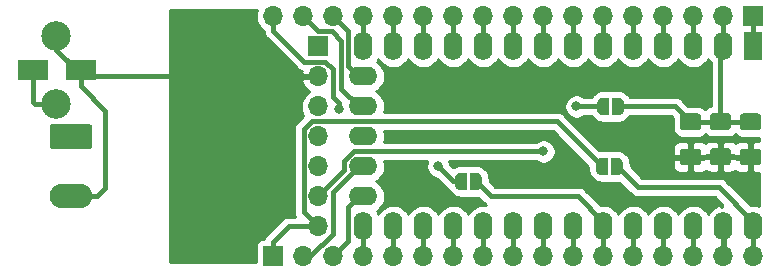
<source format=gbr>
G04 #@! TF.GenerationSoftware,KiCad,Pcbnew,(5.1.4)-1*
G04 #@! TF.CreationDate,2022-02-17T11:55:16+01:00*
G04 #@! TF.ProjectId,ItsyBitsy_BCU_Connector,49747379-4269-4747-9379-5f4243555f43,V01.00*
G04 #@! TF.SameCoordinates,Original*
G04 #@! TF.FileFunction,Copper,L1,Top*
G04 #@! TF.FilePolarity,Positive*
%FSLAX46Y46*%
G04 Gerber Fmt 4.6, Leading zero omitted, Abs format (unit mm)*
G04 Created by KiCad (PCBNEW (5.1.4)-1) date 2022-02-17 11:55:16*
%MOMM*%
%LPD*%
G04 APERTURE LIST*
%ADD10O,1.700000X1.700000*%
%ADD11R,1.700000X1.700000*%
%ADD12O,3.600000X2.080000*%
%ADD13C,0.100000*%
%ADD14C,2.080000*%
%ADD15C,2.500000*%
%ADD16C,0.500000*%
%ADD17C,1.425000*%
%ADD18R,2.500000X1.800000*%
%ADD19O,2.400000X1.600000*%
%ADD20O,1.600000X2.400000*%
%ADD21R,1.600000X2.400000*%
%ADD22C,0.800000*%
%ADD23C,0.400000*%
%ADD24C,0.254000*%
G04 APERTURE END LIST*
D10*
X205740000Y-91440000D03*
X203200000Y-91440000D03*
X200660000Y-91440000D03*
X198120000Y-91440000D03*
X195580000Y-91440000D03*
X193040000Y-91440000D03*
X190500000Y-91440000D03*
X187960000Y-91440000D03*
X185420000Y-91440000D03*
X182880000Y-91440000D03*
X180340000Y-91440000D03*
X177800000Y-91440000D03*
X175260000Y-91440000D03*
X172720000Y-91440000D03*
X170180000Y-91440000D03*
X167640000Y-91440000D03*
D11*
X165100000Y-91440000D03*
D12*
X147955000Y-86360000D03*
D13*
G36*
X149529505Y-80241204D02*
G01*
X149553773Y-80244804D01*
X149577572Y-80250765D01*
X149600671Y-80259030D01*
X149622850Y-80269520D01*
X149643893Y-80282132D01*
X149663599Y-80296747D01*
X149681777Y-80313223D01*
X149698253Y-80331401D01*
X149712868Y-80351107D01*
X149725480Y-80372150D01*
X149735970Y-80394329D01*
X149744235Y-80417428D01*
X149750196Y-80441227D01*
X149753796Y-80465495D01*
X149755000Y-80489999D01*
X149755000Y-82070001D01*
X149753796Y-82094505D01*
X149750196Y-82118773D01*
X149744235Y-82142572D01*
X149735970Y-82165671D01*
X149725480Y-82187850D01*
X149712868Y-82208893D01*
X149698253Y-82228599D01*
X149681777Y-82246777D01*
X149663599Y-82263253D01*
X149643893Y-82277868D01*
X149622850Y-82290480D01*
X149600671Y-82300970D01*
X149577572Y-82309235D01*
X149553773Y-82315196D01*
X149529505Y-82318796D01*
X149505001Y-82320000D01*
X146404999Y-82320000D01*
X146380495Y-82318796D01*
X146356227Y-82315196D01*
X146332428Y-82309235D01*
X146309329Y-82300970D01*
X146287150Y-82290480D01*
X146266107Y-82277868D01*
X146246401Y-82263253D01*
X146228223Y-82246777D01*
X146211747Y-82228599D01*
X146197132Y-82208893D01*
X146184520Y-82187850D01*
X146174030Y-82165671D01*
X146165765Y-82142572D01*
X146159804Y-82118773D01*
X146156204Y-82094505D01*
X146155000Y-82070001D01*
X146155000Y-80489999D01*
X146156204Y-80465495D01*
X146159804Y-80441227D01*
X146165765Y-80417428D01*
X146174030Y-80394329D01*
X146184520Y-80372150D01*
X146197132Y-80351107D01*
X146211747Y-80331401D01*
X146228223Y-80313223D01*
X146246401Y-80296747D01*
X146266107Y-80282132D01*
X146287150Y-80269520D01*
X146309329Y-80259030D01*
X146332428Y-80250765D01*
X146356227Y-80244804D01*
X146380495Y-80241204D01*
X146404999Y-80240000D01*
X149505001Y-80240000D01*
X149529505Y-80241204D01*
X149529505Y-80241204D01*
G37*
D14*
X147955000Y-81280000D03*
D15*
X146666000Y-72746000D03*
X146666000Y-78496000D03*
D10*
X168910000Y-88900000D03*
X168910000Y-86360000D03*
X168910000Y-83820000D03*
X168910000Y-81280000D03*
X168910000Y-78740000D03*
X168910000Y-76200000D03*
D11*
X168910000Y-73660000D03*
D16*
X182260000Y-85090000D03*
D13*
G36*
X182260000Y-84340602D02*
G01*
X182284534Y-84340602D01*
X182333365Y-84345412D01*
X182381490Y-84354984D01*
X182428445Y-84369228D01*
X182473778Y-84388005D01*
X182517051Y-84411136D01*
X182557850Y-84438396D01*
X182595779Y-84469524D01*
X182630476Y-84504221D01*
X182661604Y-84542150D01*
X182688864Y-84582949D01*
X182711995Y-84626222D01*
X182730772Y-84671555D01*
X182745016Y-84718510D01*
X182754588Y-84766635D01*
X182759398Y-84815466D01*
X182759398Y-84840000D01*
X182760000Y-84840000D01*
X182760000Y-85340000D01*
X182759398Y-85340000D01*
X182759398Y-85364534D01*
X182754588Y-85413365D01*
X182745016Y-85461490D01*
X182730772Y-85508445D01*
X182711995Y-85553778D01*
X182688864Y-85597051D01*
X182661604Y-85637850D01*
X182630476Y-85675779D01*
X182595779Y-85710476D01*
X182557850Y-85741604D01*
X182517051Y-85768864D01*
X182473778Y-85791995D01*
X182428445Y-85810772D01*
X182381490Y-85825016D01*
X182333365Y-85834588D01*
X182284534Y-85839398D01*
X182260000Y-85839398D01*
X182260000Y-85840000D01*
X181760000Y-85840000D01*
X181760000Y-84340000D01*
X182260000Y-84340000D01*
X182260000Y-84340602D01*
X182260000Y-84340602D01*
G37*
D16*
X180960000Y-85090000D03*
D13*
G36*
X181460000Y-85840000D02*
G01*
X180960000Y-85840000D01*
X180960000Y-85839398D01*
X180935466Y-85839398D01*
X180886635Y-85834588D01*
X180838510Y-85825016D01*
X180791555Y-85810772D01*
X180746222Y-85791995D01*
X180702949Y-85768864D01*
X180662150Y-85741604D01*
X180624221Y-85710476D01*
X180589524Y-85675779D01*
X180558396Y-85637850D01*
X180531136Y-85597051D01*
X180508005Y-85553778D01*
X180489228Y-85508445D01*
X180474984Y-85461490D01*
X180465412Y-85413365D01*
X180460602Y-85364534D01*
X180460602Y-85340000D01*
X180460000Y-85340000D01*
X180460000Y-84840000D01*
X180460602Y-84840000D01*
X180460602Y-84815466D01*
X180465412Y-84766635D01*
X180474984Y-84718510D01*
X180489228Y-84671555D01*
X180508005Y-84626222D01*
X180531136Y-84582949D01*
X180558396Y-84542150D01*
X180589524Y-84504221D01*
X180624221Y-84469524D01*
X180662150Y-84438396D01*
X180702949Y-84411136D01*
X180746222Y-84388005D01*
X180791555Y-84369228D01*
X180838510Y-84354984D01*
X180886635Y-84345412D01*
X180935466Y-84340602D01*
X180960000Y-84340602D01*
X180960000Y-84340000D01*
X181460000Y-84340000D01*
X181460000Y-85840000D01*
X181460000Y-85840000D01*
G37*
G36*
X206135504Y-82310204D02*
G01*
X206159773Y-82313804D01*
X206183571Y-82319765D01*
X206206671Y-82328030D01*
X206228849Y-82338520D01*
X206249893Y-82351133D01*
X206269598Y-82365747D01*
X206287777Y-82382223D01*
X206304253Y-82400402D01*
X206318867Y-82420107D01*
X206331480Y-82441151D01*
X206341970Y-82463329D01*
X206350235Y-82486429D01*
X206356196Y-82510227D01*
X206359796Y-82534496D01*
X206361000Y-82559000D01*
X206361000Y-83484000D01*
X206359796Y-83508504D01*
X206356196Y-83532773D01*
X206350235Y-83556571D01*
X206341970Y-83579671D01*
X206331480Y-83601849D01*
X206318867Y-83622893D01*
X206304253Y-83642598D01*
X206287777Y-83660777D01*
X206269598Y-83677253D01*
X206249893Y-83691867D01*
X206228849Y-83704480D01*
X206206671Y-83714970D01*
X206183571Y-83723235D01*
X206159773Y-83729196D01*
X206135504Y-83732796D01*
X206111000Y-83734000D01*
X204861000Y-83734000D01*
X204836496Y-83732796D01*
X204812227Y-83729196D01*
X204788429Y-83723235D01*
X204765329Y-83714970D01*
X204743151Y-83704480D01*
X204722107Y-83691867D01*
X204702402Y-83677253D01*
X204684223Y-83660777D01*
X204667747Y-83642598D01*
X204653133Y-83622893D01*
X204640520Y-83601849D01*
X204630030Y-83579671D01*
X204621765Y-83556571D01*
X204615804Y-83532773D01*
X204612204Y-83508504D01*
X204611000Y-83484000D01*
X204611000Y-82559000D01*
X204612204Y-82534496D01*
X204615804Y-82510227D01*
X204621765Y-82486429D01*
X204630030Y-82463329D01*
X204640520Y-82441151D01*
X204653133Y-82420107D01*
X204667747Y-82400402D01*
X204684223Y-82382223D01*
X204702402Y-82365747D01*
X204722107Y-82351133D01*
X204743151Y-82338520D01*
X204765329Y-82328030D01*
X204788429Y-82319765D01*
X204812227Y-82313804D01*
X204836496Y-82310204D01*
X204861000Y-82309000D01*
X206111000Y-82309000D01*
X206135504Y-82310204D01*
X206135504Y-82310204D01*
G37*
D17*
X205486000Y-83021500D03*
D13*
G36*
X206135504Y-79335204D02*
G01*
X206159773Y-79338804D01*
X206183571Y-79344765D01*
X206206671Y-79353030D01*
X206228849Y-79363520D01*
X206249893Y-79376133D01*
X206269598Y-79390747D01*
X206287777Y-79407223D01*
X206304253Y-79425402D01*
X206318867Y-79445107D01*
X206331480Y-79466151D01*
X206341970Y-79488329D01*
X206350235Y-79511429D01*
X206356196Y-79535227D01*
X206359796Y-79559496D01*
X206361000Y-79584000D01*
X206361000Y-80509000D01*
X206359796Y-80533504D01*
X206356196Y-80557773D01*
X206350235Y-80581571D01*
X206341970Y-80604671D01*
X206331480Y-80626849D01*
X206318867Y-80647893D01*
X206304253Y-80667598D01*
X206287777Y-80685777D01*
X206269598Y-80702253D01*
X206249893Y-80716867D01*
X206228849Y-80729480D01*
X206206671Y-80739970D01*
X206183571Y-80748235D01*
X206159773Y-80754196D01*
X206135504Y-80757796D01*
X206111000Y-80759000D01*
X204861000Y-80759000D01*
X204836496Y-80757796D01*
X204812227Y-80754196D01*
X204788429Y-80748235D01*
X204765329Y-80739970D01*
X204743151Y-80729480D01*
X204722107Y-80716867D01*
X204702402Y-80702253D01*
X204684223Y-80685777D01*
X204667747Y-80667598D01*
X204653133Y-80647893D01*
X204640520Y-80626849D01*
X204630030Y-80604671D01*
X204621765Y-80581571D01*
X204615804Y-80557773D01*
X204612204Y-80533504D01*
X204611000Y-80509000D01*
X204611000Y-79584000D01*
X204612204Y-79559496D01*
X204615804Y-79535227D01*
X204621765Y-79511429D01*
X204630030Y-79488329D01*
X204640520Y-79466151D01*
X204653133Y-79445107D01*
X204667747Y-79425402D01*
X204684223Y-79407223D01*
X204702402Y-79390747D01*
X204722107Y-79376133D01*
X204743151Y-79363520D01*
X204765329Y-79353030D01*
X204788429Y-79344765D01*
X204812227Y-79338804D01*
X204836496Y-79335204D01*
X204861000Y-79334000D01*
X206111000Y-79334000D01*
X206135504Y-79335204D01*
X206135504Y-79335204D01*
G37*
D17*
X205486000Y-80046500D03*
D18*
X144780000Y-75692000D03*
X148780000Y-75692000D03*
D13*
G36*
X201055504Y-82310204D02*
G01*
X201079773Y-82313804D01*
X201103571Y-82319765D01*
X201126671Y-82328030D01*
X201148849Y-82338520D01*
X201169893Y-82351133D01*
X201189598Y-82365747D01*
X201207777Y-82382223D01*
X201224253Y-82400402D01*
X201238867Y-82420107D01*
X201251480Y-82441151D01*
X201261970Y-82463329D01*
X201270235Y-82486429D01*
X201276196Y-82510227D01*
X201279796Y-82534496D01*
X201281000Y-82559000D01*
X201281000Y-83484000D01*
X201279796Y-83508504D01*
X201276196Y-83532773D01*
X201270235Y-83556571D01*
X201261970Y-83579671D01*
X201251480Y-83601849D01*
X201238867Y-83622893D01*
X201224253Y-83642598D01*
X201207777Y-83660777D01*
X201189598Y-83677253D01*
X201169893Y-83691867D01*
X201148849Y-83704480D01*
X201126671Y-83714970D01*
X201103571Y-83723235D01*
X201079773Y-83729196D01*
X201055504Y-83732796D01*
X201031000Y-83734000D01*
X199781000Y-83734000D01*
X199756496Y-83732796D01*
X199732227Y-83729196D01*
X199708429Y-83723235D01*
X199685329Y-83714970D01*
X199663151Y-83704480D01*
X199642107Y-83691867D01*
X199622402Y-83677253D01*
X199604223Y-83660777D01*
X199587747Y-83642598D01*
X199573133Y-83622893D01*
X199560520Y-83601849D01*
X199550030Y-83579671D01*
X199541765Y-83556571D01*
X199535804Y-83532773D01*
X199532204Y-83508504D01*
X199531000Y-83484000D01*
X199531000Y-82559000D01*
X199532204Y-82534496D01*
X199535804Y-82510227D01*
X199541765Y-82486429D01*
X199550030Y-82463329D01*
X199560520Y-82441151D01*
X199573133Y-82420107D01*
X199587747Y-82400402D01*
X199604223Y-82382223D01*
X199622402Y-82365747D01*
X199642107Y-82351133D01*
X199663151Y-82338520D01*
X199685329Y-82328030D01*
X199708429Y-82319765D01*
X199732227Y-82313804D01*
X199756496Y-82310204D01*
X199781000Y-82309000D01*
X201031000Y-82309000D01*
X201055504Y-82310204D01*
X201055504Y-82310204D01*
G37*
D17*
X200406000Y-83021500D03*
D13*
G36*
X201055504Y-79335204D02*
G01*
X201079773Y-79338804D01*
X201103571Y-79344765D01*
X201126671Y-79353030D01*
X201148849Y-79363520D01*
X201169893Y-79376133D01*
X201189598Y-79390747D01*
X201207777Y-79407223D01*
X201224253Y-79425402D01*
X201238867Y-79445107D01*
X201251480Y-79466151D01*
X201261970Y-79488329D01*
X201270235Y-79511429D01*
X201276196Y-79535227D01*
X201279796Y-79559496D01*
X201281000Y-79584000D01*
X201281000Y-80509000D01*
X201279796Y-80533504D01*
X201276196Y-80557773D01*
X201270235Y-80581571D01*
X201261970Y-80604671D01*
X201251480Y-80626849D01*
X201238867Y-80647893D01*
X201224253Y-80667598D01*
X201207777Y-80685777D01*
X201189598Y-80702253D01*
X201169893Y-80716867D01*
X201148849Y-80729480D01*
X201126671Y-80739970D01*
X201103571Y-80748235D01*
X201079773Y-80754196D01*
X201055504Y-80757796D01*
X201031000Y-80759000D01*
X199781000Y-80759000D01*
X199756496Y-80757796D01*
X199732227Y-80754196D01*
X199708429Y-80748235D01*
X199685329Y-80739970D01*
X199663151Y-80729480D01*
X199642107Y-80716867D01*
X199622402Y-80702253D01*
X199604223Y-80685777D01*
X199587747Y-80667598D01*
X199573133Y-80647893D01*
X199560520Y-80626849D01*
X199550030Y-80604671D01*
X199541765Y-80581571D01*
X199535804Y-80557773D01*
X199532204Y-80533504D01*
X199531000Y-80509000D01*
X199531000Y-79584000D01*
X199532204Y-79559496D01*
X199535804Y-79535227D01*
X199541765Y-79511429D01*
X199550030Y-79488329D01*
X199560520Y-79466151D01*
X199573133Y-79445107D01*
X199587747Y-79425402D01*
X199604223Y-79407223D01*
X199622402Y-79390747D01*
X199642107Y-79376133D01*
X199663151Y-79363520D01*
X199685329Y-79353030D01*
X199708429Y-79344765D01*
X199732227Y-79338804D01*
X199756496Y-79335204D01*
X199781000Y-79334000D01*
X201031000Y-79334000D01*
X201055504Y-79335204D01*
X201055504Y-79335204D01*
G37*
D17*
X200406000Y-80046500D03*
D13*
G36*
X203595504Y-82273704D02*
G01*
X203619773Y-82277304D01*
X203643571Y-82283265D01*
X203666671Y-82291530D01*
X203688849Y-82302020D01*
X203709893Y-82314633D01*
X203729598Y-82329247D01*
X203747777Y-82345723D01*
X203764253Y-82363902D01*
X203778867Y-82383607D01*
X203791480Y-82404651D01*
X203801970Y-82426829D01*
X203810235Y-82449929D01*
X203816196Y-82473727D01*
X203819796Y-82497996D01*
X203821000Y-82522500D01*
X203821000Y-83447500D01*
X203819796Y-83472004D01*
X203816196Y-83496273D01*
X203810235Y-83520071D01*
X203801970Y-83543171D01*
X203791480Y-83565349D01*
X203778867Y-83586393D01*
X203764253Y-83606098D01*
X203747777Y-83624277D01*
X203729598Y-83640753D01*
X203709893Y-83655367D01*
X203688849Y-83667980D01*
X203666671Y-83678470D01*
X203643571Y-83686735D01*
X203619773Y-83692696D01*
X203595504Y-83696296D01*
X203571000Y-83697500D01*
X202321000Y-83697500D01*
X202296496Y-83696296D01*
X202272227Y-83692696D01*
X202248429Y-83686735D01*
X202225329Y-83678470D01*
X202203151Y-83667980D01*
X202182107Y-83655367D01*
X202162402Y-83640753D01*
X202144223Y-83624277D01*
X202127747Y-83606098D01*
X202113133Y-83586393D01*
X202100520Y-83565349D01*
X202090030Y-83543171D01*
X202081765Y-83520071D01*
X202075804Y-83496273D01*
X202072204Y-83472004D01*
X202071000Y-83447500D01*
X202071000Y-82522500D01*
X202072204Y-82497996D01*
X202075804Y-82473727D01*
X202081765Y-82449929D01*
X202090030Y-82426829D01*
X202100520Y-82404651D01*
X202113133Y-82383607D01*
X202127747Y-82363902D01*
X202144223Y-82345723D01*
X202162402Y-82329247D01*
X202182107Y-82314633D01*
X202203151Y-82302020D01*
X202225329Y-82291530D01*
X202248429Y-82283265D01*
X202272227Y-82277304D01*
X202296496Y-82273704D01*
X202321000Y-82272500D01*
X203571000Y-82272500D01*
X203595504Y-82273704D01*
X203595504Y-82273704D01*
G37*
D17*
X202946000Y-82985000D03*
D13*
G36*
X203595504Y-79298704D02*
G01*
X203619773Y-79302304D01*
X203643571Y-79308265D01*
X203666671Y-79316530D01*
X203688849Y-79327020D01*
X203709893Y-79339633D01*
X203729598Y-79354247D01*
X203747777Y-79370723D01*
X203764253Y-79388902D01*
X203778867Y-79408607D01*
X203791480Y-79429651D01*
X203801970Y-79451829D01*
X203810235Y-79474929D01*
X203816196Y-79498727D01*
X203819796Y-79522996D01*
X203821000Y-79547500D01*
X203821000Y-80472500D01*
X203819796Y-80497004D01*
X203816196Y-80521273D01*
X203810235Y-80545071D01*
X203801970Y-80568171D01*
X203791480Y-80590349D01*
X203778867Y-80611393D01*
X203764253Y-80631098D01*
X203747777Y-80649277D01*
X203729598Y-80665753D01*
X203709893Y-80680367D01*
X203688849Y-80692980D01*
X203666671Y-80703470D01*
X203643571Y-80711735D01*
X203619773Y-80717696D01*
X203595504Y-80721296D01*
X203571000Y-80722500D01*
X202321000Y-80722500D01*
X202296496Y-80721296D01*
X202272227Y-80717696D01*
X202248429Y-80711735D01*
X202225329Y-80703470D01*
X202203151Y-80692980D01*
X202182107Y-80680367D01*
X202162402Y-80665753D01*
X202144223Y-80649277D01*
X202127747Y-80631098D01*
X202113133Y-80611393D01*
X202100520Y-80590349D01*
X202090030Y-80568171D01*
X202081765Y-80545071D01*
X202075804Y-80521273D01*
X202072204Y-80497004D01*
X202071000Y-80472500D01*
X202071000Y-79547500D01*
X202072204Y-79522996D01*
X202075804Y-79498727D01*
X202081765Y-79474929D01*
X202090030Y-79451829D01*
X202100520Y-79429651D01*
X202113133Y-79408607D01*
X202127747Y-79388902D01*
X202144223Y-79370723D01*
X202162402Y-79354247D01*
X202182107Y-79339633D01*
X202203151Y-79327020D01*
X202225329Y-79316530D01*
X202248429Y-79308265D01*
X202272227Y-79302304D01*
X202296496Y-79298704D01*
X202321000Y-79297500D01*
X203571000Y-79297500D01*
X203595504Y-79298704D01*
X203595504Y-79298704D01*
G37*
D17*
X202946000Y-80010000D03*
D19*
X172720000Y-86360000D03*
X172720000Y-83820000D03*
X172720000Y-81280000D03*
X172720000Y-78740000D03*
X172720000Y-76200000D03*
D20*
X205740000Y-88900000D03*
X172720000Y-73660000D03*
X203200000Y-88900000D03*
X175260000Y-73660000D03*
X200660000Y-88900000D03*
X177800000Y-73660000D03*
X198120000Y-88900000D03*
X180340000Y-73660000D03*
X195580000Y-88900000D03*
X182880000Y-73660000D03*
X193040000Y-88900000D03*
X185420000Y-73660000D03*
X190500000Y-88900000D03*
X187960000Y-73660000D03*
X187960000Y-88900000D03*
X190500000Y-73660000D03*
X185420000Y-88900000D03*
X193040000Y-73660000D03*
X182880000Y-88900000D03*
X195580000Y-73660000D03*
X180340000Y-88900000D03*
X198120000Y-73660000D03*
X177800000Y-88900000D03*
X200660000Y-73660000D03*
X175260000Y-88900000D03*
X203200000Y-73660000D03*
X172720000Y-88900000D03*
D21*
X205740000Y-73660000D03*
D16*
X193010000Y-78740000D03*
D13*
G36*
X193510000Y-79490000D02*
G01*
X193010000Y-79490000D01*
X193010000Y-79489398D01*
X192985466Y-79489398D01*
X192936635Y-79484588D01*
X192888510Y-79475016D01*
X192841555Y-79460772D01*
X192796222Y-79441995D01*
X192752949Y-79418864D01*
X192712150Y-79391604D01*
X192674221Y-79360476D01*
X192639524Y-79325779D01*
X192608396Y-79287850D01*
X192581136Y-79247051D01*
X192558005Y-79203778D01*
X192539228Y-79158445D01*
X192524984Y-79111490D01*
X192515412Y-79063365D01*
X192510602Y-79014534D01*
X192510602Y-78990000D01*
X192510000Y-78990000D01*
X192510000Y-78490000D01*
X192510602Y-78490000D01*
X192510602Y-78465466D01*
X192515412Y-78416635D01*
X192524984Y-78368510D01*
X192539228Y-78321555D01*
X192558005Y-78276222D01*
X192581136Y-78232949D01*
X192608396Y-78192150D01*
X192639524Y-78154221D01*
X192674221Y-78119524D01*
X192712150Y-78088396D01*
X192752949Y-78061136D01*
X192796222Y-78038005D01*
X192841555Y-78019228D01*
X192888510Y-78004984D01*
X192936635Y-77995412D01*
X192985466Y-77990602D01*
X193010000Y-77990602D01*
X193010000Y-77990000D01*
X193510000Y-77990000D01*
X193510000Y-79490000D01*
X193510000Y-79490000D01*
G37*
D16*
X194310000Y-78740000D03*
D13*
G36*
X194310000Y-77990602D02*
G01*
X194334534Y-77990602D01*
X194383365Y-77995412D01*
X194431490Y-78004984D01*
X194478445Y-78019228D01*
X194523778Y-78038005D01*
X194567051Y-78061136D01*
X194607850Y-78088396D01*
X194645779Y-78119524D01*
X194680476Y-78154221D01*
X194711604Y-78192150D01*
X194738864Y-78232949D01*
X194761995Y-78276222D01*
X194780772Y-78321555D01*
X194795016Y-78368510D01*
X194804588Y-78416635D01*
X194809398Y-78465466D01*
X194809398Y-78490000D01*
X194810000Y-78490000D01*
X194810000Y-78990000D01*
X194809398Y-78990000D01*
X194809398Y-79014534D01*
X194804588Y-79063365D01*
X194795016Y-79111490D01*
X194780772Y-79158445D01*
X194761995Y-79203778D01*
X194738864Y-79247051D01*
X194711604Y-79287850D01*
X194680476Y-79325779D01*
X194645779Y-79360476D01*
X194607850Y-79391604D01*
X194567051Y-79418864D01*
X194523778Y-79441995D01*
X194478445Y-79460772D01*
X194431490Y-79475016D01*
X194383365Y-79484588D01*
X194334534Y-79489398D01*
X194310000Y-79489398D01*
X194310000Y-79490000D01*
X193810000Y-79490000D01*
X193810000Y-77990000D01*
X194310000Y-77990000D01*
X194310000Y-77990602D01*
X194310000Y-77990602D01*
G37*
D16*
X192898000Y-83820000D03*
D13*
G36*
X193398000Y-84570000D02*
G01*
X192898000Y-84570000D01*
X192898000Y-84569398D01*
X192873466Y-84569398D01*
X192824635Y-84564588D01*
X192776510Y-84555016D01*
X192729555Y-84540772D01*
X192684222Y-84521995D01*
X192640949Y-84498864D01*
X192600150Y-84471604D01*
X192562221Y-84440476D01*
X192527524Y-84405779D01*
X192496396Y-84367850D01*
X192469136Y-84327051D01*
X192446005Y-84283778D01*
X192427228Y-84238445D01*
X192412984Y-84191490D01*
X192403412Y-84143365D01*
X192398602Y-84094534D01*
X192398602Y-84070000D01*
X192398000Y-84070000D01*
X192398000Y-83570000D01*
X192398602Y-83570000D01*
X192398602Y-83545466D01*
X192403412Y-83496635D01*
X192412984Y-83448510D01*
X192427228Y-83401555D01*
X192446005Y-83356222D01*
X192469136Y-83312949D01*
X192496396Y-83272150D01*
X192527524Y-83234221D01*
X192562221Y-83199524D01*
X192600150Y-83168396D01*
X192640949Y-83141136D01*
X192684222Y-83118005D01*
X192729555Y-83099228D01*
X192776510Y-83084984D01*
X192824635Y-83075412D01*
X192873466Y-83070602D01*
X192898000Y-83070602D01*
X192898000Y-83070000D01*
X193398000Y-83070000D01*
X193398000Y-84570000D01*
X193398000Y-84570000D01*
G37*
D16*
X194198000Y-83820000D03*
D13*
G36*
X194198000Y-83070602D02*
G01*
X194222534Y-83070602D01*
X194271365Y-83075412D01*
X194319490Y-83084984D01*
X194366445Y-83099228D01*
X194411778Y-83118005D01*
X194455051Y-83141136D01*
X194495850Y-83168396D01*
X194533779Y-83199524D01*
X194568476Y-83234221D01*
X194599604Y-83272150D01*
X194626864Y-83312949D01*
X194649995Y-83356222D01*
X194668772Y-83401555D01*
X194683016Y-83448510D01*
X194692588Y-83496635D01*
X194697398Y-83545466D01*
X194697398Y-83570000D01*
X194698000Y-83570000D01*
X194698000Y-84070000D01*
X194697398Y-84070000D01*
X194697398Y-84094534D01*
X194692588Y-84143365D01*
X194683016Y-84191490D01*
X194668772Y-84238445D01*
X194649995Y-84283778D01*
X194626864Y-84327051D01*
X194599604Y-84367850D01*
X194568476Y-84405779D01*
X194533779Y-84440476D01*
X194495850Y-84471604D01*
X194455051Y-84498864D01*
X194411778Y-84521995D01*
X194366445Y-84540772D01*
X194319490Y-84555016D01*
X194271365Y-84564588D01*
X194222534Y-84569398D01*
X194198000Y-84569398D01*
X194198000Y-84570000D01*
X193698000Y-84570000D01*
X193698000Y-83070000D01*
X194198000Y-83070000D01*
X194198000Y-83070602D01*
X194198000Y-83070602D01*
G37*
D10*
X165100000Y-71120000D03*
X167640000Y-71120000D03*
X170180000Y-71120000D03*
X172720000Y-71120000D03*
X175260000Y-71120000D03*
X177800000Y-71120000D03*
X180340000Y-71120000D03*
X182880000Y-71120000D03*
X185420000Y-71120000D03*
X187960000Y-71120000D03*
X190500000Y-71120000D03*
X193040000Y-71120000D03*
X195580000Y-71120000D03*
X198120000Y-71120000D03*
X200660000Y-71120000D03*
X203200000Y-71120000D03*
D11*
X205740000Y-71120000D03*
D22*
X179070000Y-83820000D03*
X187960000Y-82550000D03*
X190754000Y-78740000D03*
X170688000Y-78994000D03*
X202946000Y-83058000D03*
X200406000Y-83021500D03*
X205486000Y-83021500D03*
X182880000Y-77470000D03*
X188595000Y-76835000D03*
X178435000Y-85725000D03*
X189230000Y-85090000D03*
X198120000Y-83185000D03*
X198120000Y-76835000D03*
X160020000Y-78740000D03*
X160020000Y-86995000D03*
X158115000Y-71755000D03*
X161290000Y-71755000D03*
X163830000Y-76835000D03*
X176530000Y-81280000D03*
X194310000Y-86360000D03*
X177165000Y-76835000D03*
D23*
X203200000Y-71120000D02*
X203200000Y-73660000D01*
X200406000Y-80046500D02*
X205486000Y-80046500D01*
X202946000Y-73914000D02*
X203200000Y-73660000D01*
X202946000Y-80010000D02*
X202946000Y-73914000D01*
X199099500Y-78740000D02*
X194310000Y-78740000D01*
X200406000Y-80046500D02*
X199099500Y-78740000D01*
X179070000Y-83820000D02*
X180340000Y-85090000D01*
X180340000Y-85090000D02*
X180960000Y-85090000D01*
X182880000Y-71120000D02*
X182880000Y-73660000D01*
X185420000Y-71120000D02*
X185420000Y-73660000D01*
X193040000Y-71120000D02*
X193040000Y-73660000D01*
X200660000Y-71120000D02*
X200660000Y-73660000D01*
X171119990Y-83322940D02*
X171892930Y-82550000D01*
X168910000Y-86360000D02*
X171119990Y-84150010D01*
X171119990Y-84150010D02*
X171119990Y-83322940D01*
X171892930Y-82550000D02*
X187960000Y-82550000D01*
X187960000Y-82550000D02*
X187960000Y-82550000D01*
X193010000Y-78740000D02*
X192410000Y-78740000D01*
X192410000Y-78740000D02*
X190754000Y-78740000D01*
X190754000Y-78740000D02*
X190754000Y-78740000D01*
X172320000Y-86360000D02*
X171450000Y-87230000D01*
X172720000Y-86360000D02*
X172320000Y-86360000D01*
X171450000Y-90170000D02*
X170180000Y-91440000D01*
X171450000Y-87230000D02*
X171450000Y-90170000D01*
X168220002Y-91440000D02*
X167640000Y-91440000D01*
X170160001Y-89500001D02*
X168220002Y-91440000D01*
X170160001Y-85979999D02*
X170160001Y-89500001D01*
X172320000Y-83820000D02*
X170160001Y-85979999D01*
X172720000Y-83820000D02*
X172320000Y-83820000D01*
X170688000Y-78994000D02*
X170688000Y-78994000D01*
X165100000Y-72322081D02*
X165100000Y-71120000D01*
X167727918Y-74949999D02*
X165100000Y-72322081D01*
X169510001Y-74949999D02*
X167727918Y-74949999D01*
X170160001Y-75599999D02*
X169510001Y-74949999D01*
X170160001Y-77900316D02*
X170160001Y-75599999D01*
X170688000Y-78428315D02*
X170160001Y-77900316D01*
X170688000Y-78994000D02*
X170688000Y-78428315D01*
X168489999Y-71969999D02*
X167640000Y-71120000D01*
X172320000Y-78740000D02*
X170849990Y-77269990D01*
X170849990Y-73179988D02*
X170040003Y-72370001D01*
X172720000Y-78740000D02*
X172320000Y-78740000D01*
X170040003Y-72370001D02*
X168890001Y-72370001D01*
X170849990Y-77269990D02*
X170849990Y-73179988D01*
X168890001Y-72370001D02*
X168489999Y-71969999D01*
X172320000Y-76200000D02*
X171450000Y-75330000D01*
X172720000Y-76200000D02*
X172320000Y-76200000D01*
X171450000Y-72390000D02*
X170180000Y-71120000D01*
X171450000Y-75330000D02*
X171450000Y-72390000D01*
X205740000Y-88900000D02*
X205740000Y-91440000D01*
X194198000Y-83820000D02*
X195976000Y-85598000D01*
X205740000Y-88500000D02*
X205740000Y-88900000D01*
X202838000Y-85598000D02*
X205740000Y-88500000D01*
X195976000Y-85598000D02*
X202838000Y-85598000D01*
X172720000Y-71120000D02*
X172720000Y-73660000D01*
X175260000Y-71120000D02*
X175260000Y-73660000D01*
X200660000Y-88900000D02*
X200660000Y-91440000D01*
X177800000Y-71120000D02*
X177800000Y-73660000D01*
X198120000Y-88900000D02*
X198120000Y-91440000D01*
X180340000Y-71120000D02*
X180340000Y-73660000D01*
X195580000Y-88900000D02*
X195580000Y-91440000D01*
X193040000Y-88900000D02*
X193040000Y-91440000D01*
X193040000Y-88500000D02*
X193040000Y-88900000D01*
X190900000Y-86360000D02*
X193040000Y-88500000D01*
X183530000Y-86360000D02*
X190900000Y-86360000D01*
X182260000Y-85090000D02*
X183530000Y-86360000D01*
X190500000Y-88900000D02*
X190500000Y-91440000D01*
X187960000Y-71120000D02*
X187960000Y-73660000D01*
X187960000Y-88900000D02*
X187960000Y-91440000D01*
X190500000Y-71120000D02*
X190500000Y-73660000D01*
X185420000Y-88900000D02*
X185420000Y-91440000D01*
X182880000Y-88900000D02*
X182880000Y-91440000D01*
X195580000Y-71120000D02*
X195580000Y-73660000D01*
X180340000Y-88900000D02*
X180340000Y-91440000D01*
X198120000Y-71120000D02*
X198120000Y-73660000D01*
X177800000Y-88900000D02*
X177800000Y-91440000D01*
X205740000Y-71120000D02*
X205740000Y-73660000D01*
X172720000Y-88900000D02*
X172720000Y-91440000D01*
X175260000Y-88900000D02*
X175260000Y-91440000D01*
X203200000Y-88900000D02*
X203200000Y-91440000D01*
X205486000Y-83021500D02*
X205486000Y-83021500D01*
X202946000Y-88646000D02*
X203200000Y-88900000D01*
X202946000Y-82985000D02*
X202946000Y-83058000D01*
X200406000Y-83021500D02*
X200406000Y-83021500D01*
X149288000Y-76200000D02*
X148780000Y-75692000D01*
X168910000Y-76200000D02*
X149288000Y-76200000D01*
X146666000Y-73928000D02*
X146666000Y-72746000D01*
X148430000Y-75692000D02*
X146666000Y-73928000D01*
X148780000Y-75692000D02*
X148430000Y-75692000D01*
X150155000Y-86360000D02*
X150876000Y-85639000D01*
X147955000Y-86360000D02*
X150155000Y-86360000D01*
X148780000Y-76992000D02*
X148780000Y-75692000D01*
X150876000Y-79088000D02*
X148780000Y-76992000D01*
X150876000Y-85639000D02*
X150876000Y-79088000D01*
X144780000Y-75280000D02*
X144780000Y-75692000D01*
X144780000Y-76992000D02*
X144780000Y-75692000D01*
X144780000Y-78377766D02*
X144780000Y-76992000D01*
X144898234Y-78496000D02*
X144780000Y-78377766D01*
X146666000Y-78496000D02*
X144898234Y-78496000D01*
X167659999Y-80679999D02*
X168329998Y-80010000D01*
X168910000Y-88900000D02*
X167659999Y-87649999D01*
X167659999Y-87649999D02*
X167659999Y-80679999D01*
X189088000Y-80010000D02*
X192898000Y-83820000D01*
X168329998Y-80010000D02*
X189088000Y-80010000D01*
X165100000Y-90190000D02*
X165100000Y-91440000D01*
X166390000Y-88900000D02*
X165100000Y-90190000D01*
X168910000Y-88900000D02*
X166390000Y-88900000D01*
D24*
G36*
X163636487Y-70828889D02*
G01*
X163607815Y-71120000D01*
X163636487Y-71411111D01*
X163721401Y-71691034D01*
X163859294Y-71949014D01*
X164044866Y-72175134D01*
X164264217Y-72355151D01*
X164265000Y-72363099D01*
X164277082Y-72485769D01*
X164324828Y-72643167D01*
X164402364Y-72788226D01*
X164506709Y-72915372D01*
X164538579Y-72941527D01*
X167108477Y-75511426D01*
X167134627Y-75543290D01*
X167261772Y-75647635D01*
X167406831Y-75725171D01*
X167496085Y-75752246D01*
X167468524Y-75843110D01*
X167589845Y-76073000D01*
X168783000Y-76073000D01*
X168783000Y-76053000D01*
X169037000Y-76053000D01*
X169037000Y-76073000D01*
X169057000Y-76073000D01*
X169057000Y-76327000D01*
X169037000Y-76327000D01*
X169037000Y-76347000D01*
X168783000Y-76347000D01*
X168783000Y-76327000D01*
X167589845Y-76327000D01*
X167468524Y-76556890D01*
X167513175Y-76704099D01*
X167638359Y-76966920D01*
X167812412Y-77200269D01*
X168028645Y-77395178D01*
X168145523Y-77464799D01*
X168080986Y-77499294D01*
X167854866Y-77684866D01*
X167669294Y-77910986D01*
X167531401Y-78168966D01*
X167446487Y-78448889D01*
X167417815Y-78740000D01*
X167446487Y-79031111D01*
X167531401Y-79311034D01*
X167641714Y-79517415D01*
X167098572Y-80060558D01*
X167066709Y-80086708D01*
X166995326Y-80173689D01*
X166962363Y-80213854D01*
X166884827Y-80358913D01*
X166837081Y-80516311D01*
X166820959Y-80679999D01*
X166825000Y-80721027D01*
X166824999Y-87608980D01*
X166820959Y-87649999D01*
X166824999Y-87691017D01*
X166837081Y-87813687D01*
X166884827Y-87971085D01*
X166935026Y-88065000D01*
X166431007Y-88065000D01*
X166389999Y-88060961D01*
X166348991Y-88065000D01*
X166348981Y-88065000D01*
X166226311Y-88077082D01*
X166068913Y-88124828D01*
X165923854Y-88202364D01*
X165796709Y-88306709D01*
X165770558Y-88338574D01*
X164538579Y-89570554D01*
X164506709Y-89596709D01*
X164418237Y-89704514D01*
X164402364Y-89723855D01*
X164324828Y-89868914D01*
X164299646Y-89951928D01*
X164250000Y-89951928D01*
X164125518Y-89964188D01*
X164005820Y-90000498D01*
X163895506Y-90059463D01*
X163798815Y-90138815D01*
X163719463Y-90235506D01*
X163660498Y-90345820D01*
X163624188Y-90465518D01*
X163611928Y-90590000D01*
X163611928Y-91948000D01*
X156337000Y-91948000D01*
X156337000Y-70612000D01*
X163702280Y-70612000D01*
X163636487Y-70828889D01*
X163636487Y-70828889D01*
G37*
X163636487Y-70828889D02*
X163607815Y-71120000D01*
X163636487Y-71411111D01*
X163721401Y-71691034D01*
X163859294Y-71949014D01*
X164044866Y-72175134D01*
X164264217Y-72355151D01*
X164265000Y-72363099D01*
X164277082Y-72485769D01*
X164324828Y-72643167D01*
X164402364Y-72788226D01*
X164506709Y-72915372D01*
X164538579Y-72941527D01*
X167108477Y-75511426D01*
X167134627Y-75543290D01*
X167261772Y-75647635D01*
X167406831Y-75725171D01*
X167496085Y-75752246D01*
X167468524Y-75843110D01*
X167589845Y-76073000D01*
X168783000Y-76073000D01*
X168783000Y-76053000D01*
X169037000Y-76053000D01*
X169037000Y-76073000D01*
X169057000Y-76073000D01*
X169057000Y-76327000D01*
X169037000Y-76327000D01*
X169037000Y-76347000D01*
X168783000Y-76347000D01*
X168783000Y-76327000D01*
X167589845Y-76327000D01*
X167468524Y-76556890D01*
X167513175Y-76704099D01*
X167638359Y-76966920D01*
X167812412Y-77200269D01*
X168028645Y-77395178D01*
X168145523Y-77464799D01*
X168080986Y-77499294D01*
X167854866Y-77684866D01*
X167669294Y-77910986D01*
X167531401Y-78168966D01*
X167446487Y-78448889D01*
X167417815Y-78740000D01*
X167446487Y-79031111D01*
X167531401Y-79311034D01*
X167641714Y-79517415D01*
X167098572Y-80060558D01*
X167066709Y-80086708D01*
X166995326Y-80173689D01*
X166962363Y-80213854D01*
X166884827Y-80358913D01*
X166837081Y-80516311D01*
X166820959Y-80679999D01*
X166825000Y-80721027D01*
X166824999Y-87608980D01*
X166820959Y-87649999D01*
X166824999Y-87691017D01*
X166837081Y-87813687D01*
X166884827Y-87971085D01*
X166935026Y-88065000D01*
X166431007Y-88065000D01*
X166389999Y-88060961D01*
X166348991Y-88065000D01*
X166348981Y-88065000D01*
X166226311Y-88077082D01*
X166068913Y-88124828D01*
X165923854Y-88202364D01*
X165796709Y-88306709D01*
X165770558Y-88338574D01*
X164538579Y-89570554D01*
X164506709Y-89596709D01*
X164418237Y-89704514D01*
X164402364Y-89723855D01*
X164324828Y-89868914D01*
X164299646Y-89951928D01*
X164250000Y-89951928D01*
X164125518Y-89964188D01*
X164005820Y-90000498D01*
X163895506Y-90059463D01*
X163798815Y-90138815D01*
X163719463Y-90235506D01*
X163660498Y-90345820D01*
X163624188Y-90465518D01*
X163611928Y-90590000D01*
X163611928Y-91948000D01*
X156337000Y-91948000D01*
X156337000Y-70612000D01*
X163702280Y-70612000D01*
X163636487Y-70828889D01*
G36*
X203327000Y-88773000D02*
G01*
X203347000Y-88773000D01*
X203347000Y-89027000D01*
X203327000Y-89027000D01*
X203327000Y-91313000D01*
X203347000Y-91313000D01*
X203347000Y-91567000D01*
X203327000Y-91567000D01*
X203327000Y-91587000D01*
X203073000Y-91587000D01*
X203073000Y-91567000D01*
X203053000Y-91567000D01*
X203053000Y-91313000D01*
X203073000Y-91313000D01*
X203073000Y-89027000D01*
X203053000Y-89027000D01*
X203053000Y-88773000D01*
X203073000Y-88773000D01*
X203073000Y-88753000D01*
X203327000Y-88753000D01*
X203327000Y-88773000D01*
X203327000Y-88773000D01*
G37*
X203327000Y-88773000D02*
X203347000Y-88773000D01*
X203347000Y-89027000D01*
X203327000Y-89027000D01*
X203327000Y-91313000D01*
X203347000Y-91313000D01*
X203347000Y-91567000D01*
X203327000Y-91567000D01*
X203327000Y-91587000D01*
X203073000Y-91587000D01*
X203073000Y-91567000D01*
X203053000Y-91567000D01*
X203053000Y-91313000D01*
X203073000Y-91313000D01*
X203073000Y-89027000D01*
X203053000Y-89027000D01*
X203053000Y-88773000D01*
X203073000Y-88773000D01*
X203073000Y-88753000D01*
X203327000Y-88753000D01*
X203327000Y-88773000D01*
G36*
X178074774Y-83518102D02*
G01*
X178035000Y-83718061D01*
X178035000Y-83921939D01*
X178074774Y-84121898D01*
X178152795Y-84310256D01*
X178266063Y-84479774D01*
X178410226Y-84623937D01*
X178579744Y-84737205D01*
X178768102Y-84815226D01*
X178913225Y-84844093D01*
X179720558Y-85651426D01*
X179746709Y-85683291D01*
X179873854Y-85787636D01*
X179928219Y-85816695D01*
X179929536Y-85819875D01*
X179988502Y-85930192D01*
X180042958Y-86011691D01*
X180122310Y-86108382D01*
X180191618Y-86177690D01*
X180288309Y-86257042D01*
X180369808Y-86311498D01*
X180480125Y-86370464D01*
X180570681Y-86407973D01*
X180690377Y-86444282D01*
X180786510Y-86463404D01*
X180910991Y-86475664D01*
X180935550Y-86475664D01*
X180960000Y-86478072D01*
X181460000Y-86478072D01*
X181584482Y-86465812D01*
X181610000Y-86458071D01*
X181635518Y-86465812D01*
X181760000Y-86478072D01*
X182260000Y-86478072D01*
X182284450Y-86475664D01*
X182309009Y-86475664D01*
X182433490Y-86463404D01*
X182449376Y-86460244D01*
X182910558Y-86921426D01*
X182936709Y-86953291D01*
X183063854Y-87057636D01*
X183106351Y-87080351D01*
X182880000Y-87058057D01*
X182598692Y-87085764D01*
X182328193Y-87167818D01*
X182078900Y-87301068D01*
X181860393Y-87480392D01*
X181681068Y-87698899D01*
X181610000Y-87831858D01*
X181538932Y-87698899D01*
X181359608Y-87480392D01*
X181141101Y-87301068D01*
X180891808Y-87167818D01*
X180621309Y-87085764D01*
X180340000Y-87058057D01*
X180058692Y-87085764D01*
X179788193Y-87167818D01*
X179538900Y-87301068D01*
X179320393Y-87480392D01*
X179141068Y-87698899D01*
X179070000Y-87831858D01*
X178998932Y-87698899D01*
X178819608Y-87480392D01*
X178601101Y-87301068D01*
X178351808Y-87167818D01*
X178081309Y-87085764D01*
X177800000Y-87058057D01*
X177518692Y-87085764D01*
X177248193Y-87167818D01*
X176998900Y-87301068D01*
X176780393Y-87480392D01*
X176601068Y-87698899D01*
X176530000Y-87831858D01*
X176458932Y-87698899D01*
X176279608Y-87480392D01*
X176061101Y-87301068D01*
X175811808Y-87167818D01*
X175541309Y-87085764D01*
X175260000Y-87058057D01*
X174978692Y-87085764D01*
X174708193Y-87167818D01*
X174458900Y-87301068D01*
X174240393Y-87480392D01*
X174061068Y-87698899D01*
X173990000Y-87831858D01*
X173918932Y-87698899D01*
X173839750Y-87602415D01*
X173921101Y-87558932D01*
X174139608Y-87379608D01*
X174318932Y-87161101D01*
X174452182Y-86911808D01*
X174534236Y-86641309D01*
X174561943Y-86360000D01*
X174534236Y-86078691D01*
X174452182Y-85808192D01*
X174318932Y-85558899D01*
X174139608Y-85340392D01*
X173921101Y-85161068D01*
X173788142Y-85090000D01*
X173921101Y-85018932D01*
X174139608Y-84839608D01*
X174318932Y-84621101D01*
X174452182Y-84371808D01*
X174534236Y-84101309D01*
X174561943Y-83820000D01*
X174534236Y-83538691D01*
X174487615Y-83385000D01*
X178129907Y-83385000D01*
X178074774Y-83518102D01*
X178074774Y-83518102D01*
G37*
X178074774Y-83518102D02*
X178035000Y-83718061D01*
X178035000Y-83921939D01*
X178074774Y-84121898D01*
X178152795Y-84310256D01*
X178266063Y-84479774D01*
X178410226Y-84623937D01*
X178579744Y-84737205D01*
X178768102Y-84815226D01*
X178913225Y-84844093D01*
X179720558Y-85651426D01*
X179746709Y-85683291D01*
X179873854Y-85787636D01*
X179928219Y-85816695D01*
X179929536Y-85819875D01*
X179988502Y-85930192D01*
X180042958Y-86011691D01*
X180122310Y-86108382D01*
X180191618Y-86177690D01*
X180288309Y-86257042D01*
X180369808Y-86311498D01*
X180480125Y-86370464D01*
X180570681Y-86407973D01*
X180690377Y-86444282D01*
X180786510Y-86463404D01*
X180910991Y-86475664D01*
X180935550Y-86475664D01*
X180960000Y-86478072D01*
X181460000Y-86478072D01*
X181584482Y-86465812D01*
X181610000Y-86458071D01*
X181635518Y-86465812D01*
X181760000Y-86478072D01*
X182260000Y-86478072D01*
X182284450Y-86475664D01*
X182309009Y-86475664D01*
X182433490Y-86463404D01*
X182449376Y-86460244D01*
X182910558Y-86921426D01*
X182936709Y-86953291D01*
X183063854Y-87057636D01*
X183106351Y-87080351D01*
X182880000Y-87058057D01*
X182598692Y-87085764D01*
X182328193Y-87167818D01*
X182078900Y-87301068D01*
X181860393Y-87480392D01*
X181681068Y-87698899D01*
X181610000Y-87831858D01*
X181538932Y-87698899D01*
X181359608Y-87480392D01*
X181141101Y-87301068D01*
X180891808Y-87167818D01*
X180621309Y-87085764D01*
X180340000Y-87058057D01*
X180058692Y-87085764D01*
X179788193Y-87167818D01*
X179538900Y-87301068D01*
X179320393Y-87480392D01*
X179141068Y-87698899D01*
X179070000Y-87831858D01*
X178998932Y-87698899D01*
X178819608Y-87480392D01*
X178601101Y-87301068D01*
X178351808Y-87167818D01*
X178081309Y-87085764D01*
X177800000Y-87058057D01*
X177518692Y-87085764D01*
X177248193Y-87167818D01*
X176998900Y-87301068D01*
X176780393Y-87480392D01*
X176601068Y-87698899D01*
X176530000Y-87831858D01*
X176458932Y-87698899D01*
X176279608Y-87480392D01*
X176061101Y-87301068D01*
X175811808Y-87167818D01*
X175541309Y-87085764D01*
X175260000Y-87058057D01*
X174978692Y-87085764D01*
X174708193Y-87167818D01*
X174458900Y-87301068D01*
X174240393Y-87480392D01*
X174061068Y-87698899D01*
X173990000Y-87831858D01*
X173918932Y-87698899D01*
X173839750Y-87602415D01*
X173921101Y-87558932D01*
X174139608Y-87379608D01*
X174318932Y-87161101D01*
X174452182Y-86911808D01*
X174534236Y-86641309D01*
X174561943Y-86360000D01*
X174534236Y-86078691D01*
X174452182Y-85808192D01*
X174318932Y-85558899D01*
X174139608Y-85340392D01*
X173921101Y-85161068D01*
X173788142Y-85090000D01*
X173921101Y-85018932D01*
X174139608Y-84839608D01*
X174318932Y-84621101D01*
X174452182Y-84371808D01*
X174534236Y-84101309D01*
X174561943Y-83820000D01*
X174534236Y-83538691D01*
X174487615Y-83385000D01*
X178129907Y-83385000D01*
X178074774Y-83518102D01*
G36*
X191759928Y-83862797D02*
G01*
X191759928Y-84070000D01*
X191762336Y-84094450D01*
X191762336Y-84119009D01*
X191774596Y-84243490D01*
X191793718Y-84339623D01*
X191830027Y-84459319D01*
X191867536Y-84549875D01*
X191926502Y-84660192D01*
X191980958Y-84741691D01*
X192060310Y-84838382D01*
X192129618Y-84907690D01*
X192226309Y-84987042D01*
X192307808Y-85041498D01*
X192418125Y-85100464D01*
X192508681Y-85137973D01*
X192628377Y-85174282D01*
X192724510Y-85193404D01*
X192848991Y-85205664D01*
X192873550Y-85205664D01*
X192898000Y-85208072D01*
X193398000Y-85208072D01*
X193522482Y-85195812D01*
X193548000Y-85188071D01*
X193573518Y-85195812D01*
X193698000Y-85208072D01*
X194198000Y-85208072D01*
X194222450Y-85205664D01*
X194247009Y-85205664D01*
X194371490Y-85193404D01*
X194387376Y-85190244D01*
X195356563Y-86159432D01*
X195382709Y-86191291D01*
X195509854Y-86295636D01*
X195654913Y-86373172D01*
X195812311Y-86420918D01*
X195934981Y-86433000D01*
X195934982Y-86433000D01*
X195976000Y-86437040D01*
X196017018Y-86433000D01*
X202492133Y-86433000D01*
X203124132Y-87065000D01*
X203072998Y-87065000D01*
X203072998Y-87230084D01*
X202850961Y-87108096D01*
X202768182Y-87125633D01*
X202508354Y-87236285D01*
X202275105Y-87395500D01*
X202077399Y-87597161D01*
X201927265Y-87826741D01*
X201858932Y-87698899D01*
X201679608Y-87480392D01*
X201461101Y-87301068D01*
X201211808Y-87167818D01*
X200941309Y-87085764D01*
X200660000Y-87058057D01*
X200378692Y-87085764D01*
X200108193Y-87167818D01*
X199858900Y-87301068D01*
X199640393Y-87480392D01*
X199461068Y-87698899D01*
X199390000Y-87831858D01*
X199318932Y-87698899D01*
X199139608Y-87480392D01*
X198921101Y-87301068D01*
X198671808Y-87167818D01*
X198401309Y-87085764D01*
X198120000Y-87058057D01*
X197838692Y-87085764D01*
X197568193Y-87167818D01*
X197318900Y-87301068D01*
X197100393Y-87480392D01*
X196921068Y-87698899D01*
X196850000Y-87831858D01*
X196778932Y-87698899D01*
X196599608Y-87480392D01*
X196381101Y-87301068D01*
X196131808Y-87167818D01*
X195861309Y-87085764D01*
X195580000Y-87058057D01*
X195298692Y-87085764D01*
X195028193Y-87167818D01*
X194778900Y-87301068D01*
X194560393Y-87480392D01*
X194381068Y-87698899D01*
X194310000Y-87831858D01*
X194238932Y-87698899D01*
X194059608Y-87480392D01*
X193841101Y-87301068D01*
X193591808Y-87167818D01*
X193321309Y-87085764D01*
X193040000Y-87058057D01*
X192802333Y-87081466D01*
X191519446Y-85798579D01*
X191493291Y-85766709D01*
X191366146Y-85662364D01*
X191221087Y-85584828D01*
X191063689Y-85537082D01*
X190941019Y-85525000D01*
X190941018Y-85525000D01*
X190900000Y-85520960D01*
X190858982Y-85525000D01*
X183875868Y-85525000D01*
X183398072Y-85047205D01*
X183398072Y-84840000D01*
X183395664Y-84815550D01*
X183395664Y-84790991D01*
X183383404Y-84666510D01*
X183364282Y-84570377D01*
X183327973Y-84450681D01*
X183290464Y-84360125D01*
X183231498Y-84249808D01*
X183177042Y-84168309D01*
X183097690Y-84071618D01*
X183028382Y-84002310D01*
X182931691Y-83922958D01*
X182850192Y-83868502D01*
X182739875Y-83809536D01*
X182649319Y-83772027D01*
X182529623Y-83735718D01*
X182433490Y-83716596D01*
X182309009Y-83704336D01*
X182284450Y-83704336D01*
X182260000Y-83701928D01*
X181760000Y-83701928D01*
X181635518Y-83714188D01*
X181610000Y-83721929D01*
X181584482Y-83714188D01*
X181460000Y-83701928D01*
X180960000Y-83701928D01*
X180935550Y-83704336D01*
X180910991Y-83704336D01*
X180786510Y-83716596D01*
X180690377Y-83735718D01*
X180570681Y-83772027D01*
X180480125Y-83809536D01*
X180369808Y-83868502D01*
X180327583Y-83896716D01*
X180094093Y-83663225D01*
X180065226Y-83518102D01*
X180010093Y-83385000D01*
X187346715Y-83385000D01*
X187469744Y-83467205D01*
X187658102Y-83545226D01*
X187858061Y-83585000D01*
X188061939Y-83585000D01*
X188261898Y-83545226D01*
X188450256Y-83467205D01*
X188619774Y-83353937D01*
X188763937Y-83209774D01*
X188877205Y-83040256D01*
X188955226Y-82851898D01*
X188995000Y-82651939D01*
X188995000Y-82448061D01*
X188955226Y-82248102D01*
X188877205Y-82059744D01*
X188763937Y-81890226D01*
X188619774Y-81746063D01*
X188450256Y-81632795D01*
X188261898Y-81554774D01*
X188061939Y-81515000D01*
X187858061Y-81515000D01*
X187658102Y-81554774D01*
X187469744Y-81632795D01*
X187346715Y-81715000D01*
X174487615Y-81715000D01*
X174534236Y-81561309D01*
X174561943Y-81280000D01*
X174534236Y-80998691D01*
X174487615Y-80845000D01*
X188742133Y-80845000D01*
X191759928Y-83862797D01*
X191759928Y-83862797D01*
G37*
X191759928Y-83862797D02*
X191759928Y-84070000D01*
X191762336Y-84094450D01*
X191762336Y-84119009D01*
X191774596Y-84243490D01*
X191793718Y-84339623D01*
X191830027Y-84459319D01*
X191867536Y-84549875D01*
X191926502Y-84660192D01*
X191980958Y-84741691D01*
X192060310Y-84838382D01*
X192129618Y-84907690D01*
X192226309Y-84987042D01*
X192307808Y-85041498D01*
X192418125Y-85100464D01*
X192508681Y-85137973D01*
X192628377Y-85174282D01*
X192724510Y-85193404D01*
X192848991Y-85205664D01*
X192873550Y-85205664D01*
X192898000Y-85208072D01*
X193398000Y-85208072D01*
X193522482Y-85195812D01*
X193548000Y-85188071D01*
X193573518Y-85195812D01*
X193698000Y-85208072D01*
X194198000Y-85208072D01*
X194222450Y-85205664D01*
X194247009Y-85205664D01*
X194371490Y-85193404D01*
X194387376Y-85190244D01*
X195356563Y-86159432D01*
X195382709Y-86191291D01*
X195509854Y-86295636D01*
X195654913Y-86373172D01*
X195812311Y-86420918D01*
X195934981Y-86433000D01*
X195934982Y-86433000D01*
X195976000Y-86437040D01*
X196017018Y-86433000D01*
X202492133Y-86433000D01*
X203124132Y-87065000D01*
X203072998Y-87065000D01*
X203072998Y-87230084D01*
X202850961Y-87108096D01*
X202768182Y-87125633D01*
X202508354Y-87236285D01*
X202275105Y-87395500D01*
X202077399Y-87597161D01*
X201927265Y-87826741D01*
X201858932Y-87698899D01*
X201679608Y-87480392D01*
X201461101Y-87301068D01*
X201211808Y-87167818D01*
X200941309Y-87085764D01*
X200660000Y-87058057D01*
X200378692Y-87085764D01*
X200108193Y-87167818D01*
X199858900Y-87301068D01*
X199640393Y-87480392D01*
X199461068Y-87698899D01*
X199390000Y-87831858D01*
X199318932Y-87698899D01*
X199139608Y-87480392D01*
X198921101Y-87301068D01*
X198671808Y-87167818D01*
X198401309Y-87085764D01*
X198120000Y-87058057D01*
X197838692Y-87085764D01*
X197568193Y-87167818D01*
X197318900Y-87301068D01*
X197100393Y-87480392D01*
X196921068Y-87698899D01*
X196850000Y-87831858D01*
X196778932Y-87698899D01*
X196599608Y-87480392D01*
X196381101Y-87301068D01*
X196131808Y-87167818D01*
X195861309Y-87085764D01*
X195580000Y-87058057D01*
X195298692Y-87085764D01*
X195028193Y-87167818D01*
X194778900Y-87301068D01*
X194560393Y-87480392D01*
X194381068Y-87698899D01*
X194310000Y-87831858D01*
X194238932Y-87698899D01*
X194059608Y-87480392D01*
X193841101Y-87301068D01*
X193591808Y-87167818D01*
X193321309Y-87085764D01*
X193040000Y-87058057D01*
X192802333Y-87081466D01*
X191519446Y-85798579D01*
X191493291Y-85766709D01*
X191366146Y-85662364D01*
X191221087Y-85584828D01*
X191063689Y-85537082D01*
X190941019Y-85525000D01*
X190941018Y-85525000D01*
X190900000Y-85520960D01*
X190858982Y-85525000D01*
X183875868Y-85525000D01*
X183398072Y-85047205D01*
X183398072Y-84840000D01*
X183395664Y-84815550D01*
X183395664Y-84790991D01*
X183383404Y-84666510D01*
X183364282Y-84570377D01*
X183327973Y-84450681D01*
X183290464Y-84360125D01*
X183231498Y-84249808D01*
X183177042Y-84168309D01*
X183097690Y-84071618D01*
X183028382Y-84002310D01*
X182931691Y-83922958D01*
X182850192Y-83868502D01*
X182739875Y-83809536D01*
X182649319Y-83772027D01*
X182529623Y-83735718D01*
X182433490Y-83716596D01*
X182309009Y-83704336D01*
X182284450Y-83704336D01*
X182260000Y-83701928D01*
X181760000Y-83701928D01*
X181635518Y-83714188D01*
X181610000Y-83721929D01*
X181584482Y-83714188D01*
X181460000Y-83701928D01*
X180960000Y-83701928D01*
X180935550Y-83704336D01*
X180910991Y-83704336D01*
X180786510Y-83716596D01*
X180690377Y-83735718D01*
X180570681Y-83772027D01*
X180480125Y-83809536D01*
X180369808Y-83868502D01*
X180327583Y-83896716D01*
X180094093Y-83663225D01*
X180065226Y-83518102D01*
X180010093Y-83385000D01*
X187346715Y-83385000D01*
X187469744Y-83467205D01*
X187658102Y-83545226D01*
X187858061Y-83585000D01*
X188061939Y-83585000D01*
X188261898Y-83545226D01*
X188450256Y-83467205D01*
X188619774Y-83353937D01*
X188763937Y-83209774D01*
X188877205Y-83040256D01*
X188955226Y-82851898D01*
X188995000Y-82651939D01*
X188995000Y-82448061D01*
X188955226Y-82248102D01*
X188877205Y-82059744D01*
X188763937Y-81890226D01*
X188619774Y-81746063D01*
X188450256Y-81632795D01*
X188261898Y-81554774D01*
X188061939Y-81515000D01*
X187858061Y-81515000D01*
X187658102Y-81554774D01*
X187469744Y-81632795D01*
X187346715Y-81715000D01*
X174487615Y-81715000D01*
X174534236Y-81561309D01*
X174561943Y-81280000D01*
X174534236Y-80998691D01*
X174487615Y-80845000D01*
X188742133Y-80845000D01*
X191759928Y-83862797D01*
G36*
X202001068Y-74861100D02*
G01*
X202111001Y-74995054D01*
X202111000Y-78687639D01*
X201981150Y-78727028D01*
X201827614Y-78809095D01*
X201693038Y-78919538D01*
X201661023Y-78958549D01*
X201658962Y-78956038D01*
X201524386Y-78845595D01*
X201370850Y-78763528D01*
X201204254Y-78712992D01*
X201031000Y-78695928D01*
X200236295Y-78695928D01*
X199718946Y-78178579D01*
X199692791Y-78146709D01*
X199565646Y-78042364D01*
X199420587Y-77964828D01*
X199263189Y-77917082D01*
X199140519Y-77905000D01*
X199140518Y-77905000D01*
X199099500Y-77900960D01*
X199058482Y-77905000D01*
X195284273Y-77905000D01*
X195281498Y-77899808D01*
X195227042Y-77818309D01*
X195147690Y-77721618D01*
X195078382Y-77652310D01*
X194981691Y-77572958D01*
X194900192Y-77518502D01*
X194789875Y-77459536D01*
X194699319Y-77422027D01*
X194579623Y-77385718D01*
X194483490Y-77366596D01*
X194359009Y-77354336D01*
X194334450Y-77354336D01*
X194310000Y-77351928D01*
X193810000Y-77351928D01*
X193685518Y-77364188D01*
X193660000Y-77371929D01*
X193634482Y-77364188D01*
X193510000Y-77351928D01*
X193010000Y-77351928D01*
X192985550Y-77354336D01*
X192960991Y-77354336D01*
X192836510Y-77366596D01*
X192740377Y-77385718D01*
X192620681Y-77422027D01*
X192530125Y-77459536D01*
X192419808Y-77518502D01*
X192338309Y-77572958D01*
X192241618Y-77652310D01*
X192172310Y-77721618D01*
X192092958Y-77818309D01*
X192038502Y-77899808D01*
X192035727Y-77905000D01*
X191367285Y-77905000D01*
X191244256Y-77822795D01*
X191055898Y-77744774D01*
X190855939Y-77705000D01*
X190652061Y-77705000D01*
X190452102Y-77744774D01*
X190263744Y-77822795D01*
X190094226Y-77936063D01*
X189950063Y-78080226D01*
X189836795Y-78249744D01*
X189758774Y-78438102D01*
X189719000Y-78638061D01*
X189719000Y-78841939D01*
X189758774Y-79041898D01*
X189836795Y-79230256D01*
X189950063Y-79399774D01*
X190094226Y-79543937D01*
X190263744Y-79657205D01*
X190452102Y-79735226D01*
X190652061Y-79775000D01*
X190855939Y-79775000D01*
X191055898Y-79735226D01*
X191244256Y-79657205D01*
X191367285Y-79575000D01*
X192035727Y-79575000D01*
X192038502Y-79580192D01*
X192092958Y-79661691D01*
X192172310Y-79758382D01*
X192241618Y-79827690D01*
X192338309Y-79907042D01*
X192419808Y-79961498D01*
X192530125Y-80020464D01*
X192620681Y-80057973D01*
X192740377Y-80094282D01*
X192836510Y-80113404D01*
X192960991Y-80125664D01*
X192985550Y-80125664D01*
X193010000Y-80128072D01*
X193510000Y-80128072D01*
X193634482Y-80115812D01*
X193660000Y-80108071D01*
X193685518Y-80115812D01*
X193810000Y-80128072D01*
X194310000Y-80128072D01*
X194334450Y-80125664D01*
X194359009Y-80125664D01*
X194483490Y-80113404D01*
X194579623Y-80094282D01*
X194699319Y-80057973D01*
X194789875Y-80020464D01*
X194900192Y-79961498D01*
X194981691Y-79907042D01*
X195078382Y-79827690D01*
X195147690Y-79758382D01*
X195227042Y-79661691D01*
X195281498Y-79580192D01*
X195284273Y-79575000D01*
X198753633Y-79575000D01*
X198892928Y-79714295D01*
X198892928Y-80509000D01*
X198909992Y-80682254D01*
X198960528Y-80848850D01*
X199042595Y-81002386D01*
X199153038Y-81136962D01*
X199287614Y-81247405D01*
X199441150Y-81329472D01*
X199607746Y-81380008D01*
X199781000Y-81397072D01*
X201031000Y-81397072D01*
X201204254Y-81380008D01*
X201370850Y-81329472D01*
X201524386Y-81247405D01*
X201658962Y-81136962D01*
X201690977Y-81097951D01*
X201693038Y-81100462D01*
X201827614Y-81210905D01*
X201981150Y-81292972D01*
X202147746Y-81343508D01*
X202321000Y-81360572D01*
X203571000Y-81360572D01*
X203744254Y-81343508D01*
X203910850Y-81292972D01*
X204064386Y-81210905D01*
X204198962Y-81100462D01*
X204201023Y-81097951D01*
X204233038Y-81136962D01*
X204367614Y-81247405D01*
X204521150Y-81329472D01*
X204687746Y-81380008D01*
X204861000Y-81397072D01*
X206111000Y-81397072D01*
X206248000Y-81383579D01*
X206248000Y-81671517D01*
X205771750Y-81674000D01*
X205613000Y-81832750D01*
X205613000Y-82894500D01*
X205633000Y-82894500D01*
X205633000Y-83148500D01*
X205613000Y-83148500D01*
X205613000Y-84210250D01*
X205771750Y-84369000D01*
X206248000Y-84371483D01*
X206248000Y-87154529D01*
X206021309Y-87085764D01*
X205740000Y-87058057D01*
X205502334Y-87081466D01*
X203457446Y-85036579D01*
X203431291Y-85004709D01*
X203304146Y-84900364D01*
X203159087Y-84822828D01*
X203001689Y-84775082D01*
X202879019Y-84763000D01*
X202879018Y-84763000D01*
X202838000Y-84758960D01*
X202796982Y-84763000D01*
X196321869Y-84763000D01*
X195336072Y-83777204D01*
X195336072Y-83734000D01*
X198892928Y-83734000D01*
X198905188Y-83858482D01*
X198941498Y-83978180D01*
X199000463Y-84088494D01*
X199079815Y-84185185D01*
X199176506Y-84264537D01*
X199286820Y-84323502D01*
X199406518Y-84359812D01*
X199531000Y-84372072D01*
X200120250Y-84369000D01*
X200279000Y-84210250D01*
X200279000Y-83148500D01*
X200533000Y-83148500D01*
X200533000Y-84210250D01*
X200691750Y-84369000D01*
X201281000Y-84372072D01*
X201405482Y-84359812D01*
X201525180Y-84323502D01*
X201635494Y-84264537D01*
X201698238Y-84213045D01*
X201716506Y-84228037D01*
X201826820Y-84287002D01*
X201946518Y-84323312D01*
X202071000Y-84335572D01*
X202660250Y-84332500D01*
X202819000Y-84173750D01*
X202819000Y-83112000D01*
X203073000Y-83112000D01*
X203073000Y-84173750D01*
X203231750Y-84332500D01*
X203821000Y-84335572D01*
X203945482Y-84323312D01*
X204065180Y-84287002D01*
X204175494Y-84228037D01*
X204193762Y-84213045D01*
X204256506Y-84264537D01*
X204366820Y-84323502D01*
X204486518Y-84359812D01*
X204611000Y-84372072D01*
X205200250Y-84369000D01*
X205359000Y-84210250D01*
X205359000Y-83148500D01*
X204333750Y-83148500D01*
X204297250Y-83112000D01*
X203073000Y-83112000D01*
X202819000Y-83112000D01*
X201594750Y-83112000D01*
X201558250Y-83148500D01*
X200533000Y-83148500D01*
X200279000Y-83148500D01*
X199054750Y-83148500D01*
X198896000Y-83307250D01*
X198892928Y-83734000D01*
X195336072Y-83734000D01*
X195336072Y-83570000D01*
X195333664Y-83545550D01*
X195333664Y-83520991D01*
X195321404Y-83396510D01*
X195302282Y-83300377D01*
X195265973Y-83180681D01*
X195228464Y-83090125D01*
X195169498Y-82979808D01*
X195115042Y-82898309D01*
X195035690Y-82801618D01*
X194966382Y-82732310D01*
X194869691Y-82652958D01*
X194788192Y-82598502D01*
X194677875Y-82539536D01*
X194587319Y-82502027D01*
X194467623Y-82465718D01*
X194371490Y-82446596D01*
X194247009Y-82434336D01*
X194222450Y-82434336D01*
X194198000Y-82431928D01*
X193698000Y-82431928D01*
X193573518Y-82444188D01*
X193548000Y-82451929D01*
X193522482Y-82444188D01*
X193398000Y-82431928D01*
X192898000Y-82431928D01*
X192873550Y-82434336D01*
X192848991Y-82434336D01*
X192724510Y-82446596D01*
X192708624Y-82449756D01*
X192567868Y-82309000D01*
X198892928Y-82309000D01*
X198896000Y-82735750D01*
X199054750Y-82894500D01*
X200279000Y-82894500D01*
X200279000Y-81832750D01*
X200533000Y-81832750D01*
X200533000Y-82894500D01*
X201757250Y-82894500D01*
X201793750Y-82858000D01*
X202819000Y-82858000D01*
X202819000Y-81796250D01*
X203073000Y-81796250D01*
X203073000Y-82858000D01*
X204098250Y-82858000D01*
X204134750Y-82894500D01*
X205359000Y-82894500D01*
X205359000Y-81832750D01*
X205200250Y-81674000D01*
X204611000Y-81670928D01*
X204486518Y-81683188D01*
X204366820Y-81719498D01*
X204256506Y-81778463D01*
X204238238Y-81793455D01*
X204175494Y-81741963D01*
X204065180Y-81682998D01*
X203945482Y-81646688D01*
X203821000Y-81634428D01*
X203231750Y-81637500D01*
X203073000Y-81796250D01*
X202819000Y-81796250D01*
X202660250Y-81637500D01*
X202071000Y-81634428D01*
X201946518Y-81646688D01*
X201826820Y-81682998D01*
X201716506Y-81741963D01*
X201653762Y-81793455D01*
X201635494Y-81778463D01*
X201525180Y-81719498D01*
X201405482Y-81683188D01*
X201281000Y-81670928D01*
X200691750Y-81674000D01*
X200533000Y-81832750D01*
X200279000Y-81832750D01*
X200120250Y-81674000D01*
X199531000Y-81670928D01*
X199406518Y-81683188D01*
X199286820Y-81719498D01*
X199176506Y-81778463D01*
X199079815Y-81857815D01*
X199000463Y-81954506D01*
X198941498Y-82064820D01*
X198905188Y-82184518D01*
X198892928Y-82309000D01*
X192567868Y-82309000D01*
X189707446Y-79448579D01*
X189681291Y-79416709D01*
X189554146Y-79312364D01*
X189409087Y-79234828D01*
X189251689Y-79187082D01*
X189129019Y-79175000D01*
X189129018Y-79175000D01*
X189088000Y-79170960D01*
X189046982Y-79175000D01*
X174487615Y-79175000D01*
X174534236Y-79021309D01*
X174561943Y-78740000D01*
X174534236Y-78458691D01*
X174452182Y-78188192D01*
X174318932Y-77938899D01*
X174139608Y-77720392D01*
X173921101Y-77541068D01*
X173788142Y-77470000D01*
X173921101Y-77398932D01*
X174139608Y-77219608D01*
X174318932Y-77001101D01*
X174452182Y-76751808D01*
X174534236Y-76481309D01*
X174561943Y-76200000D01*
X174534236Y-75918691D01*
X174452182Y-75648192D01*
X174318932Y-75398899D01*
X174139608Y-75180392D01*
X173921101Y-75001068D01*
X173839749Y-74957585D01*
X173918932Y-74861101D01*
X173990000Y-74728142D01*
X174061068Y-74861100D01*
X174240392Y-75079607D01*
X174458899Y-75258932D01*
X174708192Y-75392182D01*
X174978691Y-75474236D01*
X175260000Y-75501943D01*
X175541308Y-75474236D01*
X175811807Y-75392182D01*
X176061100Y-75258932D01*
X176279607Y-75079608D01*
X176458932Y-74861101D01*
X176530000Y-74728142D01*
X176601068Y-74861100D01*
X176780392Y-75079607D01*
X176998899Y-75258932D01*
X177248192Y-75392182D01*
X177518691Y-75474236D01*
X177800000Y-75501943D01*
X178081308Y-75474236D01*
X178351807Y-75392182D01*
X178601100Y-75258932D01*
X178819607Y-75079608D01*
X178998932Y-74861101D01*
X179070000Y-74728142D01*
X179141068Y-74861100D01*
X179320392Y-75079607D01*
X179538899Y-75258932D01*
X179788192Y-75392182D01*
X180058691Y-75474236D01*
X180340000Y-75501943D01*
X180621308Y-75474236D01*
X180891807Y-75392182D01*
X181141100Y-75258932D01*
X181359607Y-75079608D01*
X181538932Y-74861101D01*
X181610000Y-74728142D01*
X181681068Y-74861100D01*
X181860392Y-75079607D01*
X182078899Y-75258932D01*
X182328192Y-75392182D01*
X182598691Y-75474236D01*
X182880000Y-75501943D01*
X183161308Y-75474236D01*
X183431807Y-75392182D01*
X183681100Y-75258932D01*
X183899607Y-75079608D01*
X184078932Y-74861101D01*
X184150000Y-74728142D01*
X184221068Y-74861100D01*
X184400392Y-75079607D01*
X184618899Y-75258932D01*
X184868192Y-75392182D01*
X185138691Y-75474236D01*
X185420000Y-75501943D01*
X185701308Y-75474236D01*
X185971807Y-75392182D01*
X186221100Y-75258932D01*
X186439607Y-75079608D01*
X186618932Y-74861101D01*
X186690000Y-74728142D01*
X186761068Y-74861100D01*
X186940392Y-75079607D01*
X187158899Y-75258932D01*
X187408192Y-75392182D01*
X187678691Y-75474236D01*
X187960000Y-75501943D01*
X188241308Y-75474236D01*
X188511807Y-75392182D01*
X188761100Y-75258932D01*
X188979607Y-75079608D01*
X189158932Y-74861101D01*
X189230000Y-74728142D01*
X189301068Y-74861100D01*
X189480392Y-75079607D01*
X189698899Y-75258932D01*
X189948192Y-75392182D01*
X190218691Y-75474236D01*
X190500000Y-75501943D01*
X190781308Y-75474236D01*
X191051807Y-75392182D01*
X191301100Y-75258932D01*
X191519607Y-75079608D01*
X191698932Y-74861101D01*
X191770000Y-74728142D01*
X191841068Y-74861100D01*
X192020392Y-75079607D01*
X192238899Y-75258932D01*
X192488192Y-75392182D01*
X192758691Y-75474236D01*
X193040000Y-75501943D01*
X193321308Y-75474236D01*
X193591807Y-75392182D01*
X193841100Y-75258932D01*
X194059607Y-75079608D01*
X194238932Y-74861101D01*
X194310000Y-74728142D01*
X194381068Y-74861100D01*
X194560392Y-75079607D01*
X194778899Y-75258932D01*
X195028192Y-75392182D01*
X195298691Y-75474236D01*
X195580000Y-75501943D01*
X195861308Y-75474236D01*
X196131807Y-75392182D01*
X196381100Y-75258932D01*
X196599607Y-75079608D01*
X196778932Y-74861101D01*
X196850000Y-74728142D01*
X196921068Y-74861100D01*
X197100392Y-75079607D01*
X197318899Y-75258932D01*
X197568192Y-75392182D01*
X197838691Y-75474236D01*
X198120000Y-75501943D01*
X198401308Y-75474236D01*
X198671807Y-75392182D01*
X198921100Y-75258932D01*
X199139607Y-75079608D01*
X199318932Y-74861101D01*
X199390000Y-74728142D01*
X199461068Y-74861100D01*
X199640392Y-75079607D01*
X199858899Y-75258932D01*
X200108192Y-75392182D01*
X200378691Y-75474236D01*
X200660000Y-75501943D01*
X200941308Y-75474236D01*
X201211807Y-75392182D01*
X201461100Y-75258932D01*
X201679607Y-75079608D01*
X201858932Y-74861101D01*
X201930000Y-74728142D01*
X202001068Y-74861100D01*
X202001068Y-74861100D01*
G37*
X202001068Y-74861100D02*
X202111001Y-74995054D01*
X202111000Y-78687639D01*
X201981150Y-78727028D01*
X201827614Y-78809095D01*
X201693038Y-78919538D01*
X201661023Y-78958549D01*
X201658962Y-78956038D01*
X201524386Y-78845595D01*
X201370850Y-78763528D01*
X201204254Y-78712992D01*
X201031000Y-78695928D01*
X200236295Y-78695928D01*
X199718946Y-78178579D01*
X199692791Y-78146709D01*
X199565646Y-78042364D01*
X199420587Y-77964828D01*
X199263189Y-77917082D01*
X199140519Y-77905000D01*
X199140518Y-77905000D01*
X199099500Y-77900960D01*
X199058482Y-77905000D01*
X195284273Y-77905000D01*
X195281498Y-77899808D01*
X195227042Y-77818309D01*
X195147690Y-77721618D01*
X195078382Y-77652310D01*
X194981691Y-77572958D01*
X194900192Y-77518502D01*
X194789875Y-77459536D01*
X194699319Y-77422027D01*
X194579623Y-77385718D01*
X194483490Y-77366596D01*
X194359009Y-77354336D01*
X194334450Y-77354336D01*
X194310000Y-77351928D01*
X193810000Y-77351928D01*
X193685518Y-77364188D01*
X193660000Y-77371929D01*
X193634482Y-77364188D01*
X193510000Y-77351928D01*
X193010000Y-77351928D01*
X192985550Y-77354336D01*
X192960991Y-77354336D01*
X192836510Y-77366596D01*
X192740377Y-77385718D01*
X192620681Y-77422027D01*
X192530125Y-77459536D01*
X192419808Y-77518502D01*
X192338309Y-77572958D01*
X192241618Y-77652310D01*
X192172310Y-77721618D01*
X192092958Y-77818309D01*
X192038502Y-77899808D01*
X192035727Y-77905000D01*
X191367285Y-77905000D01*
X191244256Y-77822795D01*
X191055898Y-77744774D01*
X190855939Y-77705000D01*
X190652061Y-77705000D01*
X190452102Y-77744774D01*
X190263744Y-77822795D01*
X190094226Y-77936063D01*
X189950063Y-78080226D01*
X189836795Y-78249744D01*
X189758774Y-78438102D01*
X189719000Y-78638061D01*
X189719000Y-78841939D01*
X189758774Y-79041898D01*
X189836795Y-79230256D01*
X189950063Y-79399774D01*
X190094226Y-79543937D01*
X190263744Y-79657205D01*
X190452102Y-79735226D01*
X190652061Y-79775000D01*
X190855939Y-79775000D01*
X191055898Y-79735226D01*
X191244256Y-79657205D01*
X191367285Y-79575000D01*
X192035727Y-79575000D01*
X192038502Y-79580192D01*
X192092958Y-79661691D01*
X192172310Y-79758382D01*
X192241618Y-79827690D01*
X192338309Y-79907042D01*
X192419808Y-79961498D01*
X192530125Y-80020464D01*
X192620681Y-80057973D01*
X192740377Y-80094282D01*
X192836510Y-80113404D01*
X192960991Y-80125664D01*
X192985550Y-80125664D01*
X193010000Y-80128072D01*
X193510000Y-80128072D01*
X193634482Y-80115812D01*
X193660000Y-80108071D01*
X193685518Y-80115812D01*
X193810000Y-80128072D01*
X194310000Y-80128072D01*
X194334450Y-80125664D01*
X194359009Y-80125664D01*
X194483490Y-80113404D01*
X194579623Y-80094282D01*
X194699319Y-80057973D01*
X194789875Y-80020464D01*
X194900192Y-79961498D01*
X194981691Y-79907042D01*
X195078382Y-79827690D01*
X195147690Y-79758382D01*
X195227042Y-79661691D01*
X195281498Y-79580192D01*
X195284273Y-79575000D01*
X198753633Y-79575000D01*
X198892928Y-79714295D01*
X198892928Y-80509000D01*
X198909992Y-80682254D01*
X198960528Y-80848850D01*
X199042595Y-81002386D01*
X199153038Y-81136962D01*
X199287614Y-81247405D01*
X199441150Y-81329472D01*
X199607746Y-81380008D01*
X199781000Y-81397072D01*
X201031000Y-81397072D01*
X201204254Y-81380008D01*
X201370850Y-81329472D01*
X201524386Y-81247405D01*
X201658962Y-81136962D01*
X201690977Y-81097951D01*
X201693038Y-81100462D01*
X201827614Y-81210905D01*
X201981150Y-81292972D01*
X202147746Y-81343508D01*
X202321000Y-81360572D01*
X203571000Y-81360572D01*
X203744254Y-81343508D01*
X203910850Y-81292972D01*
X204064386Y-81210905D01*
X204198962Y-81100462D01*
X204201023Y-81097951D01*
X204233038Y-81136962D01*
X204367614Y-81247405D01*
X204521150Y-81329472D01*
X204687746Y-81380008D01*
X204861000Y-81397072D01*
X206111000Y-81397072D01*
X206248000Y-81383579D01*
X206248000Y-81671517D01*
X205771750Y-81674000D01*
X205613000Y-81832750D01*
X205613000Y-82894500D01*
X205633000Y-82894500D01*
X205633000Y-83148500D01*
X205613000Y-83148500D01*
X205613000Y-84210250D01*
X205771750Y-84369000D01*
X206248000Y-84371483D01*
X206248000Y-87154529D01*
X206021309Y-87085764D01*
X205740000Y-87058057D01*
X205502334Y-87081466D01*
X203457446Y-85036579D01*
X203431291Y-85004709D01*
X203304146Y-84900364D01*
X203159087Y-84822828D01*
X203001689Y-84775082D01*
X202879019Y-84763000D01*
X202879018Y-84763000D01*
X202838000Y-84758960D01*
X202796982Y-84763000D01*
X196321869Y-84763000D01*
X195336072Y-83777204D01*
X195336072Y-83734000D01*
X198892928Y-83734000D01*
X198905188Y-83858482D01*
X198941498Y-83978180D01*
X199000463Y-84088494D01*
X199079815Y-84185185D01*
X199176506Y-84264537D01*
X199286820Y-84323502D01*
X199406518Y-84359812D01*
X199531000Y-84372072D01*
X200120250Y-84369000D01*
X200279000Y-84210250D01*
X200279000Y-83148500D01*
X200533000Y-83148500D01*
X200533000Y-84210250D01*
X200691750Y-84369000D01*
X201281000Y-84372072D01*
X201405482Y-84359812D01*
X201525180Y-84323502D01*
X201635494Y-84264537D01*
X201698238Y-84213045D01*
X201716506Y-84228037D01*
X201826820Y-84287002D01*
X201946518Y-84323312D01*
X202071000Y-84335572D01*
X202660250Y-84332500D01*
X202819000Y-84173750D01*
X202819000Y-83112000D01*
X203073000Y-83112000D01*
X203073000Y-84173750D01*
X203231750Y-84332500D01*
X203821000Y-84335572D01*
X203945482Y-84323312D01*
X204065180Y-84287002D01*
X204175494Y-84228037D01*
X204193762Y-84213045D01*
X204256506Y-84264537D01*
X204366820Y-84323502D01*
X204486518Y-84359812D01*
X204611000Y-84372072D01*
X205200250Y-84369000D01*
X205359000Y-84210250D01*
X205359000Y-83148500D01*
X204333750Y-83148500D01*
X204297250Y-83112000D01*
X203073000Y-83112000D01*
X202819000Y-83112000D01*
X201594750Y-83112000D01*
X201558250Y-83148500D01*
X200533000Y-83148500D01*
X200279000Y-83148500D01*
X199054750Y-83148500D01*
X198896000Y-83307250D01*
X198892928Y-83734000D01*
X195336072Y-83734000D01*
X195336072Y-83570000D01*
X195333664Y-83545550D01*
X195333664Y-83520991D01*
X195321404Y-83396510D01*
X195302282Y-83300377D01*
X195265973Y-83180681D01*
X195228464Y-83090125D01*
X195169498Y-82979808D01*
X195115042Y-82898309D01*
X195035690Y-82801618D01*
X194966382Y-82732310D01*
X194869691Y-82652958D01*
X194788192Y-82598502D01*
X194677875Y-82539536D01*
X194587319Y-82502027D01*
X194467623Y-82465718D01*
X194371490Y-82446596D01*
X194247009Y-82434336D01*
X194222450Y-82434336D01*
X194198000Y-82431928D01*
X193698000Y-82431928D01*
X193573518Y-82444188D01*
X193548000Y-82451929D01*
X193522482Y-82444188D01*
X193398000Y-82431928D01*
X192898000Y-82431928D01*
X192873550Y-82434336D01*
X192848991Y-82434336D01*
X192724510Y-82446596D01*
X192708624Y-82449756D01*
X192567868Y-82309000D01*
X198892928Y-82309000D01*
X198896000Y-82735750D01*
X199054750Y-82894500D01*
X200279000Y-82894500D01*
X200279000Y-81832750D01*
X200533000Y-81832750D01*
X200533000Y-82894500D01*
X201757250Y-82894500D01*
X201793750Y-82858000D01*
X202819000Y-82858000D01*
X202819000Y-81796250D01*
X203073000Y-81796250D01*
X203073000Y-82858000D01*
X204098250Y-82858000D01*
X204134750Y-82894500D01*
X205359000Y-82894500D01*
X205359000Y-81832750D01*
X205200250Y-81674000D01*
X204611000Y-81670928D01*
X204486518Y-81683188D01*
X204366820Y-81719498D01*
X204256506Y-81778463D01*
X204238238Y-81793455D01*
X204175494Y-81741963D01*
X204065180Y-81682998D01*
X203945482Y-81646688D01*
X203821000Y-81634428D01*
X203231750Y-81637500D01*
X203073000Y-81796250D01*
X202819000Y-81796250D01*
X202660250Y-81637500D01*
X202071000Y-81634428D01*
X201946518Y-81646688D01*
X201826820Y-81682998D01*
X201716506Y-81741963D01*
X201653762Y-81793455D01*
X201635494Y-81778463D01*
X201525180Y-81719498D01*
X201405482Y-81683188D01*
X201281000Y-81670928D01*
X200691750Y-81674000D01*
X200533000Y-81832750D01*
X200279000Y-81832750D01*
X200120250Y-81674000D01*
X199531000Y-81670928D01*
X199406518Y-81683188D01*
X199286820Y-81719498D01*
X199176506Y-81778463D01*
X199079815Y-81857815D01*
X199000463Y-81954506D01*
X198941498Y-82064820D01*
X198905188Y-82184518D01*
X198892928Y-82309000D01*
X192567868Y-82309000D01*
X189707446Y-79448579D01*
X189681291Y-79416709D01*
X189554146Y-79312364D01*
X189409087Y-79234828D01*
X189251689Y-79187082D01*
X189129019Y-79175000D01*
X189129018Y-79175000D01*
X189088000Y-79170960D01*
X189046982Y-79175000D01*
X174487615Y-79175000D01*
X174534236Y-79021309D01*
X174561943Y-78740000D01*
X174534236Y-78458691D01*
X174452182Y-78188192D01*
X174318932Y-77938899D01*
X174139608Y-77720392D01*
X173921101Y-77541068D01*
X173788142Y-77470000D01*
X173921101Y-77398932D01*
X174139608Y-77219608D01*
X174318932Y-77001101D01*
X174452182Y-76751808D01*
X174534236Y-76481309D01*
X174561943Y-76200000D01*
X174534236Y-75918691D01*
X174452182Y-75648192D01*
X174318932Y-75398899D01*
X174139608Y-75180392D01*
X173921101Y-75001068D01*
X173839749Y-74957585D01*
X173918932Y-74861101D01*
X173990000Y-74728142D01*
X174061068Y-74861100D01*
X174240392Y-75079607D01*
X174458899Y-75258932D01*
X174708192Y-75392182D01*
X174978691Y-75474236D01*
X175260000Y-75501943D01*
X175541308Y-75474236D01*
X175811807Y-75392182D01*
X176061100Y-75258932D01*
X176279607Y-75079608D01*
X176458932Y-74861101D01*
X176530000Y-74728142D01*
X176601068Y-74861100D01*
X176780392Y-75079607D01*
X176998899Y-75258932D01*
X177248192Y-75392182D01*
X177518691Y-75474236D01*
X177800000Y-75501943D01*
X178081308Y-75474236D01*
X178351807Y-75392182D01*
X178601100Y-75258932D01*
X178819607Y-75079608D01*
X178998932Y-74861101D01*
X179070000Y-74728142D01*
X179141068Y-74861100D01*
X179320392Y-75079607D01*
X179538899Y-75258932D01*
X179788192Y-75392182D01*
X180058691Y-75474236D01*
X180340000Y-75501943D01*
X180621308Y-75474236D01*
X180891807Y-75392182D01*
X181141100Y-75258932D01*
X181359607Y-75079608D01*
X181538932Y-74861101D01*
X181610000Y-74728142D01*
X181681068Y-74861100D01*
X181860392Y-75079607D01*
X182078899Y-75258932D01*
X182328192Y-75392182D01*
X182598691Y-75474236D01*
X182880000Y-75501943D01*
X183161308Y-75474236D01*
X183431807Y-75392182D01*
X183681100Y-75258932D01*
X183899607Y-75079608D01*
X184078932Y-74861101D01*
X184150000Y-74728142D01*
X184221068Y-74861100D01*
X184400392Y-75079607D01*
X184618899Y-75258932D01*
X184868192Y-75392182D01*
X185138691Y-75474236D01*
X185420000Y-75501943D01*
X185701308Y-75474236D01*
X185971807Y-75392182D01*
X186221100Y-75258932D01*
X186439607Y-75079608D01*
X186618932Y-74861101D01*
X186690000Y-74728142D01*
X186761068Y-74861100D01*
X186940392Y-75079607D01*
X187158899Y-75258932D01*
X187408192Y-75392182D01*
X187678691Y-75474236D01*
X187960000Y-75501943D01*
X188241308Y-75474236D01*
X188511807Y-75392182D01*
X188761100Y-75258932D01*
X188979607Y-75079608D01*
X189158932Y-74861101D01*
X189230000Y-74728142D01*
X189301068Y-74861100D01*
X189480392Y-75079607D01*
X189698899Y-75258932D01*
X189948192Y-75392182D01*
X190218691Y-75474236D01*
X190500000Y-75501943D01*
X190781308Y-75474236D01*
X191051807Y-75392182D01*
X191301100Y-75258932D01*
X191519607Y-75079608D01*
X191698932Y-74861101D01*
X191770000Y-74728142D01*
X191841068Y-74861100D01*
X192020392Y-75079607D01*
X192238899Y-75258932D01*
X192488192Y-75392182D01*
X192758691Y-75474236D01*
X193040000Y-75501943D01*
X193321308Y-75474236D01*
X193591807Y-75392182D01*
X193841100Y-75258932D01*
X194059607Y-75079608D01*
X194238932Y-74861101D01*
X194310000Y-74728142D01*
X194381068Y-74861100D01*
X194560392Y-75079607D01*
X194778899Y-75258932D01*
X195028192Y-75392182D01*
X195298691Y-75474236D01*
X195580000Y-75501943D01*
X195861308Y-75474236D01*
X196131807Y-75392182D01*
X196381100Y-75258932D01*
X196599607Y-75079608D01*
X196778932Y-74861101D01*
X196850000Y-74728142D01*
X196921068Y-74861100D01*
X197100392Y-75079607D01*
X197318899Y-75258932D01*
X197568192Y-75392182D01*
X197838691Y-75474236D01*
X198120000Y-75501943D01*
X198401308Y-75474236D01*
X198671807Y-75392182D01*
X198921100Y-75258932D01*
X199139607Y-75079608D01*
X199318932Y-74861101D01*
X199390000Y-74728142D01*
X199461068Y-74861100D01*
X199640392Y-75079607D01*
X199858899Y-75258932D01*
X200108192Y-75392182D01*
X200378691Y-75474236D01*
X200660000Y-75501943D01*
X200941308Y-75474236D01*
X201211807Y-75392182D01*
X201461100Y-75258932D01*
X201679607Y-75079608D01*
X201858932Y-74861101D01*
X201930000Y-74728142D01*
X202001068Y-74861100D01*
M02*

</source>
